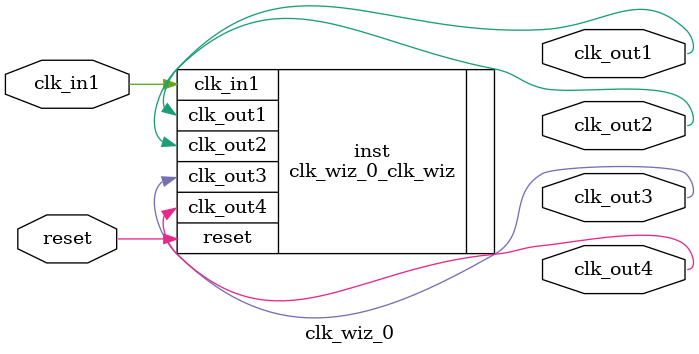
<source format=v>


`timescale 1ps/1ps

(* CORE_GENERATION_INFO = "clk_wiz_0,clk_wiz_v6_0_4_0_0,{component_name=clk_wiz_0,use_phase_alignment=true,use_min_o_jitter=false,use_max_i_jitter=false,use_dyn_phase_shift=false,use_inclk_switchover=false,use_dyn_reconfig=false,enable_axi=0,feedback_source=FDBK_AUTO,PRIMITIVE=MMCM,num_out_clk=4,clkin1_period=8.000,clkin2_period=10.000,use_power_down=false,use_reset=true,use_locked=false,use_inclk_stopped=false,feedback_type=SINGLE,CLOCK_MGR_TYPE=NA,manual_override=false}" *)

module clk_wiz_0 
 (
  // Clock out ports
  output        clk_out1,
  output        clk_out2,
  output        clk_out3,
  output        clk_out4,
  // Status and control signals
  input         reset,
 // Clock in ports
  input         clk_in1
 );

  clk_wiz_0_clk_wiz inst
  (
  // Clock out ports  
  .clk_out1(clk_out1),
  .clk_out2(clk_out2),
  .clk_out3(clk_out3),
  .clk_out4(clk_out4),
  // Status and control signals               
  .reset(reset), 
 // Clock in ports
  .clk_in1(clk_in1)
  );

endmodule

</source>
